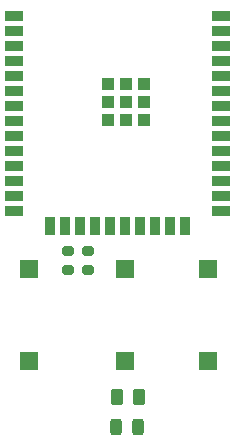
<source format=gbr>
%TF.GenerationSoftware,KiCad,Pcbnew,8.0.2-8.0.2-0~ubuntu22.04.1*%
%TF.CreationDate,2024-05-08T22:35:07+02:00*%
%TF.ProjectId,MailBox_LP_Notifier,4d61696c-426f-4785-9f4c-505f4e6f7469,rev?*%
%TF.SameCoordinates,Original*%
%TF.FileFunction,Paste,Bot*%
%TF.FilePolarity,Positive*%
%FSLAX46Y46*%
G04 Gerber Fmt 4.6, Leading zero omitted, Abs format (unit mm)*
G04 Created by KiCad (PCBNEW 8.0.2-8.0.2-0~ubuntu22.04.1) date 2024-05-08 22:35:07*
%MOMM*%
%LPD*%
G01*
G04 APERTURE LIST*
G04 Aperture macros list*
%AMRoundRect*
0 Rectangle with rounded corners*
0 $1 Rounding radius*
0 $2 $3 $4 $5 $6 $7 $8 $9 X,Y pos of 4 corners*
0 Add a 4 corners polygon primitive as box body*
4,1,4,$2,$3,$4,$5,$6,$7,$8,$9,$2,$3,0*
0 Add four circle primitives for the rounded corners*
1,1,$1+$1,$2,$3*
1,1,$1+$1,$4,$5*
1,1,$1+$1,$6,$7*
1,1,$1+$1,$8,$9*
0 Add four rect primitives between the rounded corners*
20,1,$1+$1,$2,$3,$4,$5,0*
20,1,$1+$1,$4,$5,$6,$7,0*
20,1,$1+$1,$6,$7,$8,$9,0*
20,1,$1+$1,$8,$9,$2,$3,0*%
G04 Aperture macros list end*
%ADD10R,1.500000X1.500000*%
%ADD11RoundRect,0.200000X-0.275000X0.200000X-0.275000X-0.200000X0.275000X-0.200000X0.275000X0.200000X0*%
%ADD12R,1.500000X0.900000*%
%ADD13R,0.900000X1.500000*%
%ADD14R,1.050000X1.050000*%
%ADD15RoundRect,0.250000X-0.262500X-0.450000X0.262500X-0.450000X0.262500X0.450000X-0.262500X0.450000X0*%
%ADD16RoundRect,0.243750X0.243750X0.456250X-0.243750X0.456250X-0.243750X-0.456250X0.243750X-0.456250X0*%
G04 APERTURE END LIST*
D10*
%TO.C,SW4*%
X136271000Y-92292000D03*
X136271000Y-84492000D03*
%TD*%
D11*
%TO.C,R12*%
X133121400Y-82969600D03*
X133121400Y-84619600D03*
%TD*%
D12*
%TO.C,U3*%
X144386000Y-63065400D03*
X144386000Y-64335400D03*
X144386000Y-65605400D03*
X144386000Y-66875400D03*
X144386000Y-68145400D03*
X144386000Y-69415400D03*
X144386000Y-70685400D03*
X144386000Y-71955400D03*
X144386000Y-73225400D03*
X144386000Y-74495400D03*
X144386000Y-75765400D03*
X144386000Y-77035400D03*
X144386000Y-78305400D03*
X144386000Y-79575400D03*
D13*
X141346000Y-80825400D03*
X140076000Y-80825400D03*
X138806000Y-80825400D03*
X137536000Y-80825400D03*
X136266000Y-80825400D03*
X134996000Y-80825400D03*
X133726000Y-80825400D03*
X132456000Y-80825400D03*
X131186000Y-80825400D03*
X129916000Y-80825400D03*
D12*
X126886000Y-79575400D03*
X126886000Y-78305400D03*
X126886000Y-77035400D03*
X126886000Y-75765400D03*
X126886000Y-74495400D03*
X126886000Y-73225400D03*
X126886000Y-71955400D03*
X126886000Y-70685400D03*
X126886000Y-69415400D03*
X126886000Y-68145400D03*
X126886000Y-66875400D03*
X126886000Y-65605400D03*
X126886000Y-64335400D03*
X126886000Y-63065400D03*
D14*
X137841000Y-71930400D03*
X137841000Y-70405400D03*
X137841000Y-68880400D03*
X136316000Y-71930400D03*
X136316000Y-70405400D03*
X136316000Y-68880400D03*
X134791000Y-71930400D03*
X134791000Y-70405400D03*
X134791000Y-68880400D03*
%TD*%
D10*
%TO.C,SW3*%
X143281400Y-92266600D03*
X143281400Y-84466600D03*
%TD*%
D15*
%TO.C,R6*%
X135587100Y-95377000D03*
X137412100Y-95377000D03*
%TD*%
D11*
%TO.C,R8*%
X131394200Y-82969600D03*
X131394200Y-84619600D03*
%TD*%
D16*
%TO.C,D3*%
X137386300Y-97891600D03*
X135511300Y-97891600D03*
%TD*%
D10*
%TO.C,SW5*%
X128117600Y-92292000D03*
X128117600Y-84492000D03*
%TD*%
M02*

</source>
